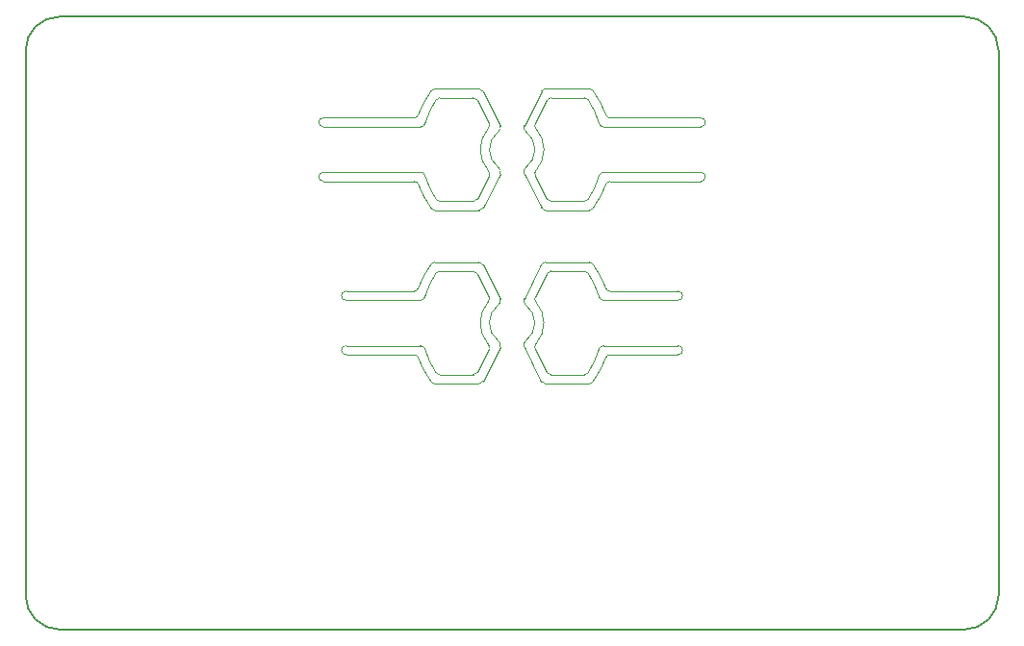
<source format=gbr>
%TF.GenerationSoftware,KiCad,Pcbnew,9.0.7*%
%TF.CreationDate,2026-02-11T21:28:43+01:00*%
%TF.ProjectId,ECG_Business_Card_v3,4543475f-4275-4736-996e-6573735f4361,rev?*%
%TF.SameCoordinates,Original*%
%TF.FileFunction,Profile,NP*%
%FSLAX46Y46*%
G04 Gerber Fmt 4.6, Leading zero omitted, Abs format (unit mm)*
G04 Created by KiCad (PCBNEW 9.0.7) date 2026-02-11 21:28:43*
%MOMM*%
%LPD*%
G01*
G04 APERTURE LIST*
%TA.AperFunction,Profile*%
%ADD10C,0.200000*%
%TD*%
%TA.AperFunction,Profile*%
%ADD11C,0.100000*%
%TD*%
G04 APERTURE END LIST*
D10*
X99200000Y-111000000D02*
G75*
G02*
X96200000Y-108000000I0J3000000D01*
G01*
X178800000Y-111000000D02*
X99200000Y-111000000D01*
X96200000Y-60020000D02*
G75*
G02*
X99200000Y-57020000I3000000J0D01*
G01*
X99200000Y-57020000D02*
X178800000Y-57020000D01*
X96200000Y-108000000D02*
X96200000Y-60020000D01*
X181800000Y-60020000D02*
X181800000Y-108000000D01*
X181800000Y-108000000D02*
G75*
G02*
X178800000Y-111000000I-3000000J0D01*
G01*
X178800000Y-57020000D02*
G75*
G02*
X181800000Y-60020000I0J-3000000D01*
G01*
D11*
%TO.C,LS1*%
X124400000Y-81200000D02*
X130374459Y-81200000D01*
X124400000Y-86000000D02*
X130950151Y-86000000D01*
X130374459Y-86800000D02*
X124400000Y-86800000D01*
X130950157Y-82000000D02*
X124400000Y-82000000D01*
X132225545Y-78633437D02*
X136069503Y-78633437D01*
X132643918Y-88566563D02*
X135575075Y-88566563D01*
X135575076Y-79433437D02*
X132643918Y-79433437D01*
X135932850Y-88345446D02*
X136957808Y-86295529D01*
X136069502Y-89366563D02*
X132225546Y-89366563D01*
X136427277Y-78854554D02*
X137941700Y-81883401D01*
X136957808Y-81704470D02*
X135932851Y-79654555D01*
X137941700Y-86116599D02*
X136427278Y-89145446D01*
X140058301Y-81883399D02*
X141572752Y-78854496D01*
X141042188Y-86295521D02*
X142067161Y-88345469D01*
X141572724Y-89145449D02*
X140058294Y-86116588D01*
X141930495Y-78633437D02*
X145774500Y-78633437D01*
X142067161Y-79654531D02*
X141042192Y-81704471D01*
X142424900Y-88566563D02*
X145356100Y-88566563D01*
X145356100Y-79433437D02*
X142424900Y-79433437D01*
X145770605Y-89366563D02*
X141930500Y-89366563D01*
X147049900Y-86000000D02*
X153600000Y-86000000D01*
X147625500Y-81200000D02*
X153600000Y-81200000D01*
X153600000Y-82000000D02*
X147049800Y-82000000D01*
X153600000Y-86800000D02*
X147625600Y-86800000D01*
X124400000Y-82000000D02*
G75*
G02*
X124400000Y-81200000I0J400000D01*
G01*
X124400000Y-86800000D02*
G75*
G02*
X124400000Y-86000000I0J400000D01*
G01*
X130374459Y-86800000D02*
G75*
G02*
X130749480Y-87060870I-1J-399998D01*
G01*
X130749480Y-80939130D02*
G75*
G02*
X130374459Y-81200000I-375022J139128D01*
G01*
X130749480Y-80939130D02*
G75*
G02*
X131902951Y-78796934I8250520J-3060870D01*
G01*
X130950151Y-86000000D02*
G75*
G02*
X131333481Y-86285714I1J-400004D01*
G01*
X131333481Y-81714286D02*
G75*
G02*
X130950157Y-82000000I-383324J114284D01*
G01*
X131333481Y-81714286D02*
G75*
G02*
X132309390Y-79614144I7666472J-2285694D01*
G01*
X131902951Y-78796934D02*
G75*
G02*
X132225545Y-78633437I322593J-236502D01*
G01*
X131902951Y-89203066D02*
G75*
G02*
X130749480Y-87060870I7097049J5203066D01*
G01*
X132225546Y-89366563D02*
G75*
G02*
X131902951Y-89203066I0J400003D01*
G01*
X132309390Y-79614144D02*
G75*
G02*
X132643918Y-79433437I334528J-219288D01*
G01*
X132309390Y-88385856D02*
G75*
G02*
X131333481Y-86285714I6690563J4385836D01*
G01*
X132643918Y-88566563D02*
G75*
G02*
X132309390Y-88385856I0J399995D01*
G01*
X135575076Y-79433437D02*
G75*
G02*
X135932851Y-79654555I0J-400004D01*
G01*
X135932850Y-88345446D02*
G75*
G02*
X135575075Y-88566563I-357774J178886D01*
G01*
X136069503Y-78633437D02*
G75*
G02*
X136427277Y-78854554I0J-400003D01*
G01*
X136427278Y-89145446D02*
G75*
G02*
X136069502Y-89366563I-357776J178889D01*
G01*
X136900033Y-85852063D02*
G75*
G02*
X136900033Y-82147937I2099966J1852063D01*
G01*
X136900033Y-85852063D02*
G75*
G02*
X136957807Y-86295528I-299994J-264579D01*
G01*
X136957808Y-81704470D02*
G75*
G02*
X136900033Y-82147937I-357774J-178886D01*
G01*
X137819940Y-85614763D02*
G75*
G02*
X137819940Y-82385237I1180060J1614763D01*
G01*
X137819940Y-85614763D02*
G75*
G02*
X137941700Y-86116599I-236008J-322952D01*
G01*
X137941700Y-81883401D02*
G75*
G02*
X137819940Y-82385237I-357768J-178884D01*
G01*
X140058294Y-86116588D02*
G75*
G02*
X140180058Y-85614760I357766J178878D01*
G01*
X140180060Y-82385237D02*
G75*
G02*
X140058307Y-81883402I236010J322947D01*
G01*
X140180060Y-82385237D02*
G75*
G02*
X140180060Y-85614763I-1180061J-1614763D01*
G01*
X141042188Y-86295521D02*
G75*
G02*
X141099966Y-85852062I357762J178881D01*
G01*
X141099967Y-82147937D02*
G75*
G02*
X141042195Y-81704472I299993J264577D01*
G01*
X141099967Y-82147937D02*
G75*
G02*
X141099967Y-85852063I-2099967J-1852063D01*
G01*
X141572752Y-78854496D02*
G75*
G02*
X141930495Y-78633442I357678J-178844D01*
G01*
X141930500Y-89366563D02*
G75*
G02*
X141572747Y-89145438I0J399963D01*
G01*
X142067161Y-79654531D02*
G75*
G02*
X142424900Y-79433436I357739J-178869D01*
G01*
X142424900Y-88566563D02*
G75*
G02*
X142067162Y-88345468I0J399963D01*
G01*
X145356100Y-79433437D02*
G75*
G02*
X145690610Y-79614144I0J-399963D01*
G01*
X145690610Y-79614144D02*
G75*
G02*
X146666519Y-81714286I-6690560J-4385836D01*
G01*
X145690610Y-88385856D02*
G75*
G02*
X145356100Y-88566563I-334510J219256D01*
G01*
X145774500Y-78633437D02*
G75*
G02*
X146097033Y-78796946I0J-399863D01*
G01*
X146097049Y-78796934D02*
G75*
G02*
X147250520Y-80939130I-7097063J-5203075D01*
G01*
X146097049Y-89203066D02*
G75*
G02*
X145770605Y-89366564I-322649J236566D01*
G01*
X146666519Y-86285714D02*
G75*
G02*
X145690610Y-88385856I-7666469J2285694D01*
G01*
X146666519Y-86285714D02*
G75*
G02*
X147049900Y-85999947I383381J-114286D01*
G01*
X147049800Y-82000000D02*
G75*
G02*
X146666546Y-81714278I0J399900D01*
G01*
X147250520Y-87060870D02*
G75*
G02*
X146097049Y-89203066I-8250534J3060879D01*
G01*
X147250520Y-87060870D02*
G75*
G02*
X147625600Y-86799947I375080J-139130D01*
G01*
X147625500Y-81200000D02*
G75*
G02*
X147250543Y-80939122I0J399900D01*
G01*
X153600000Y-81200000D02*
G75*
G02*
X153600000Y-82000000I0J-400000D01*
G01*
X153600000Y-86000000D02*
G75*
G02*
X153600000Y-86800000I0J-400000D01*
G01*
%TO.C,BT1*%
X122410000Y-65930000D02*
X130384459Y-65930000D01*
X122410000Y-70730000D02*
X130960151Y-70730000D01*
X130384459Y-71530000D02*
X122410000Y-71530000D01*
X130960157Y-66730000D02*
X122410000Y-66730000D01*
X132235545Y-63363437D02*
X136079503Y-63363437D01*
X132653918Y-73296563D02*
X135585075Y-73296563D01*
X135585076Y-64163437D02*
X132653918Y-64163437D01*
X135942850Y-73075446D02*
X136967808Y-71025529D01*
X136079502Y-74096563D02*
X132235546Y-74096563D01*
X136437278Y-63584555D02*
X137951700Y-66613401D01*
X136967808Y-66434470D02*
X135942850Y-64384554D01*
X137951700Y-70846599D02*
X136437277Y-73875446D01*
X140068301Y-66613399D02*
X141582750Y-63584500D01*
X141052188Y-71025521D02*
X142077161Y-73075469D01*
X141582724Y-73875449D02*
X140068294Y-70846588D01*
X141942439Y-63363437D02*
X145784500Y-63363437D01*
X142077161Y-64384531D02*
X141052192Y-66434471D01*
X142434900Y-73296563D02*
X145366100Y-73296563D01*
X145366100Y-64163437D02*
X142434900Y-64163437D01*
X145780605Y-74096563D02*
X141940500Y-74096563D01*
X147059900Y-70730000D02*
X155610000Y-70730000D01*
X147635500Y-65930000D02*
X155610000Y-65930000D01*
X155610000Y-66730000D02*
X147059800Y-66730000D01*
X155610000Y-71530000D02*
X147635600Y-71530000D01*
X122410000Y-66730000D02*
G75*
G02*
X122410000Y-65930000I0J400000D01*
G01*
X122410000Y-71530000D02*
G75*
G02*
X122410000Y-70730000I0J400000D01*
G01*
X130384459Y-71530000D02*
G75*
G02*
X130759480Y-71790870I-1J-399998D01*
G01*
X130759480Y-65669130D02*
G75*
G02*
X130384459Y-65930000I-375022J139128D01*
G01*
X130759480Y-65669130D02*
G75*
G02*
X131912951Y-63526934I8250520J-3060870D01*
G01*
X130960151Y-70730000D02*
G75*
G02*
X131343481Y-71015714I1J-400004D01*
G01*
X131343481Y-66444286D02*
G75*
G02*
X130960157Y-66730000I-383324J114284D01*
G01*
X131343481Y-66444286D02*
G75*
G02*
X132319390Y-64344144I7666472J-2285694D01*
G01*
X131912951Y-63526934D02*
G75*
G02*
X132235545Y-63363437I322593J-236502D01*
G01*
X131912951Y-73933066D02*
G75*
G02*
X130759480Y-71790870I7097049J5203066D01*
G01*
X132235546Y-74096563D02*
G75*
G02*
X131912951Y-73933066I0J400003D01*
G01*
X132319390Y-64344144D02*
G75*
G02*
X132653918Y-64163437I334528J-219288D01*
G01*
X132319390Y-73115856D02*
G75*
G02*
X131343481Y-71015714I6690563J4385836D01*
G01*
X132653918Y-73296563D02*
G75*
G02*
X132319390Y-73115856I0J399995D01*
G01*
X135585076Y-64163437D02*
G75*
G02*
X135942850Y-64384554I0J-400003D01*
G01*
X135942850Y-73075446D02*
G75*
G02*
X135585075Y-73296563I-357774J178886D01*
G01*
X136079503Y-63363437D02*
G75*
G02*
X136437278Y-63584555I0J-400004D01*
G01*
X136437277Y-73875446D02*
G75*
G02*
X136079502Y-74096563I-357774J178886D01*
G01*
X136910033Y-70582063D02*
G75*
G02*
X136910033Y-66877937I2099966J1852063D01*
G01*
X136910033Y-70582063D02*
G75*
G02*
X136967807Y-71025528I-299994J-264579D01*
G01*
X136967808Y-66434470D02*
G75*
G02*
X136910033Y-66877937I-357774J-178886D01*
G01*
X137829940Y-70344763D02*
G75*
G02*
X137829940Y-67115237I1180060J1614763D01*
G01*
X137829940Y-70344763D02*
G75*
G02*
X137951700Y-70846599I-236008J-322952D01*
G01*
X137951700Y-66613401D02*
G75*
G02*
X137829940Y-67115237I-357768J-178884D01*
G01*
X140068294Y-70846588D02*
G75*
G02*
X140190058Y-70344760I357766J178878D01*
G01*
X140190060Y-67115237D02*
G75*
G02*
X140068307Y-66613402I236010J322947D01*
G01*
X140190060Y-67115237D02*
G75*
G02*
X140190060Y-70344763I-1180061J-1614763D01*
G01*
X141052188Y-71025521D02*
G75*
G02*
X141109966Y-70582062I357762J178881D01*
G01*
X141109967Y-66877937D02*
G75*
G02*
X141052195Y-66434472I299993J264577D01*
G01*
X141109967Y-66877937D02*
G75*
G02*
X141109967Y-70582063I-2099967J-1852063D01*
G01*
X141582750Y-63584500D02*
G75*
G02*
X141942439Y-63363434I357700J-178850D01*
G01*
X141940500Y-74096563D02*
G75*
G02*
X141582747Y-73875438I0J399963D01*
G01*
X142077161Y-64384531D02*
G75*
G02*
X142434900Y-64163436I357739J-178869D01*
G01*
X142434900Y-73296563D02*
G75*
G02*
X142077162Y-73075468I0J399963D01*
G01*
X145366100Y-64163437D02*
G75*
G02*
X145700610Y-64344144I0J-399963D01*
G01*
X145700610Y-64344144D02*
G75*
G02*
X146676519Y-66444286I-6690560J-4385836D01*
G01*
X145700610Y-73115856D02*
G75*
G02*
X145366100Y-73296563I-334510J219256D01*
G01*
X145784500Y-63363437D02*
G75*
G02*
X146107033Y-63526946I0J-399863D01*
G01*
X146107049Y-63526934D02*
G75*
G02*
X147260520Y-65669130I-7097063J-5203075D01*
G01*
X146107049Y-73933066D02*
G75*
G02*
X145780605Y-74096564I-322649J236566D01*
G01*
X146676519Y-71015714D02*
G75*
G02*
X145700610Y-73115856I-7666469J2285694D01*
G01*
X146676519Y-71015714D02*
G75*
G02*
X147059900Y-70729947I383381J-114286D01*
G01*
X147059800Y-66730000D02*
G75*
G02*
X146676546Y-66444278I0J399900D01*
G01*
X147260520Y-71790870D02*
G75*
G02*
X146107049Y-73933066I-8250534J3060879D01*
G01*
X147260520Y-71790870D02*
G75*
G02*
X147635600Y-71529947I375080J-139130D01*
G01*
X147635500Y-65930000D02*
G75*
G02*
X147260543Y-65669122I0J399900D01*
G01*
X155610000Y-65930000D02*
G75*
G02*
X155610000Y-66730000I0J-400000D01*
G01*
X155610000Y-70730000D02*
G75*
G02*
X155610000Y-71530000I0J-400000D01*
G01*
%TD*%
M02*

</source>
